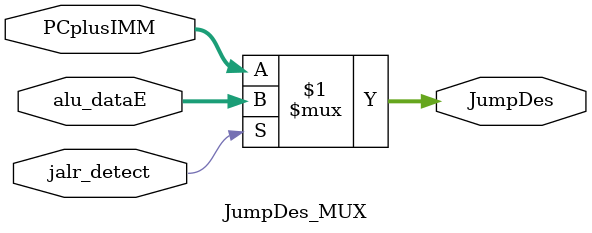
<source format=v>
module JumpDes_MUX(
    input jalr_detect,
    input [31:0] PCplusIMM, alu_dataE,
    output [31:0] JumpDes
    );
    assign JumpDes = jalr_detect ? alu_dataE : PCplusIMM;
endmodule

</source>
